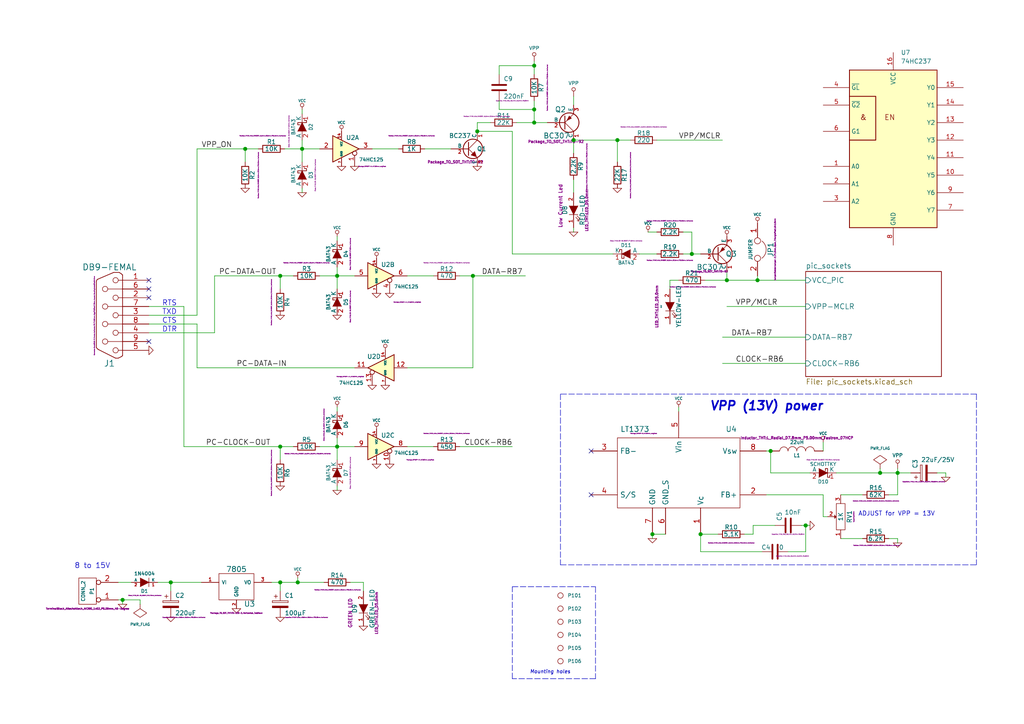
<source format=kicad_sch>
(kicad_sch (version 20231120) (generator "eeschema") (generator_version "8.0")
  (paper "A4")
  (title_block (title "JDM - COM84 PIC Programmer with 13V DC/DC converter") (date "05 jan 2014") (rev "2") (company "KiCad"))
  (lib_symbols
    (symbol "74xx_IEEE:74HC237"
      (property "Reference" "U" (at 7.62 17.78 0))
      (property "Value" "74HC237" (at 17.78 -33.02 0))
      (symbol "74HC237_0_0"
        (text "&" (at -8.636 1.524 0) (effects (font (size 1.524 1.524))))
        (text "EN" (at -1.016 1.524 0) (effects (font (size 1.524 1.524))))
        (pin power_in line (at 0 20.32 270) (length 5.08) (name "VCC") (number "16"))
      )
      (symbol "74HC237_0_1"
        (pin power_in line (at 0 -35.56 90) (length 5.08) (name "GND") (number "8"))
      )
      (symbol "74HC237_1_1"
        (pin input line (at -20.32 -12.7 0) (length 7.62) (name "A0") (number "1"))
        (pin output line (at 20.32 -15.24 180) (length 7.62) (name "Y5") (number "10"))
        (pin output line (at 20.32 -10.16 180) (length 7.62) (name "Y4") (number "11"))
        (pin output line (at 20.32 -5.08 180) (length 7.62) (name "Y3") (number "12"))
        (pin output line (at 20.32 0 180) (length 7.62) (name "Y2") (number "13"))
        (pin output line (at 20.32 5.08 180) (length 7.62) (name "Y1") (number "14"))
        (pin output line (at 20.32 10.16 180) (length 7.62) (name "Y0") (number "15"))
        (pin input line (at -20.32 -17.78 0) (length 7.62) (name "A1") (number "2"))
        (pin input line (at -20.32 -22.86 0) (length 7.62) (name "A2") (number "3"))
        (pin input line (at -20.32 10.16 0) (length 7.62) (name "~{GL}") (number "4"))
        (pin input line (at -20.32 5.08 0) (length 7.62) (name "~{G2}") (number "5"))
        (pin input line (at -20.32 -2.54 0) (length 7.62) (name "G1") (number "6"))
        (pin output line (at 20.32 -25.4 180) (length 7.62) (name "Y7") (number "7"))
        (pin output line (at 20.32 -20.32 180) (length 7.62) (name "Y6") (number "9"))
      )
    )
    (symbol "pic_programmer_schlib:74LS125" (pin_names (offset 0.254))
      (property "Reference" "U" (at 5.08 3.81 0))
      (property "Value" "74LS125" (at 7.62 -2.54 0))
      (symbol "74LS125_0_0"
        (pin power_in line (at -1.27 5.08 270) (length 2.54) (name "VCC") (number "14"))
        (pin power_in line (at -1.27 -5.08 90) (length 2.54) (name "GND") (number "7"))
      )
      (symbol "74LS125_1_0"
        (pin input inverted (at 2.54 -5.08 90) (length 4.445) (name "~") (number "1"))
        (pin input line (at -7.62 0 0) (length 3.81) (name "~") (number "2"))
        (pin tri_state line (at 7.62 0 180) (length 3.81) (name "~") (number "3"))
      )
      (symbol "74LS125_2_0"
        (pin input inverted (at 2.54 -5.08 90) (length 4.445) (name "~") (number "4"))
        (pin input line (at -7.62 0 0) (length 3.81) (name "~") (number "5"))
        (pin tri_state line (at 7.62 0 180) (length 3.81) (name "~") (number "6"))
      )
      (symbol "74LS125_3_0"
        (pin input inverted (at 2.54 -5.08 90) (length 4.445) (name "~") (number "10"))
        (pin tri_state line (at 7.62 0 180) (length 3.81) (name "~") (number "8"))
        (pin input line (at -7.62 0 0) (length 3.81) (name "~") (number "9"))
      )
      (symbol "74LS125_4_0"
        (pin tri_state line (at 7.62 0 180) (length 3.81) (name "~") (number "11"))
        (pin input line (at -7.62 0 0) (length 3.81) (name "~") (number "12"))
        (pin input inverted (at 2.54 -5.08 90) (length 4.445) (name "~") (number "13"))
      )
    )
    (symbol "pic_programmer_schlib:74LS125_1" (pin_names (offset 0.254))
      (property "Reference" "U" (at 5.08 3.81 0))
      (property "Value" "74LS125" (at 7.62 -2.54 0))
      (symbol "74LS125_1_0_0"
        (pin power_in line (at -1.27 5.08 270) (length 2.54) (name "VCC") (number "14"))
        (pin power_in line (at -1.27 -5.08 90) (length 2.54) (name "GND") (number "7"))
      )
      (symbol "74LS125_1_1_0"
        (pin input inverted (at 2.54 -5.08 90) (length 4.445) (name "~") (number "1"))
        (pin input line (at -7.62 0 0) (length 3.81) (name "~") (number "2"))
        (pin tri_state line (at 7.62 0 180) (length 3.81) (name "~") (number "3"))
      )
      (symbol "74LS125_1_2_0"
        (pin input inverted (at 2.54 -5.08 90) (length 4.445) (name "~") (number "4"))
        (pin input line (at -7.62 0 0) (length 3.81) (name "~") (number "5"))
        (pin tri_state line (at 7.62 0 180) (length 3.81) (name "~") (number "6"))
      )
      (symbol "74LS125_1_3_0"
        (pin input inverted (at 2.54 -5.08 90) (length 4.445) (name "~") (number "10"))
        (pin tri_state line (at 7.62 0 180) (length 3.81) (name "~") (number "8"))
        (pin input line (at -7.62 0 0) (length 3.81) (name "~") (number "9"))
      )
      (symbol "74LS125_1_4_0"
        (pin tri_state line (at 7.62 0 180) (length 3.81) (name "~") (number "11"))
        (pin input line (at -7.62 0 0) (length 3.81) (name "~") (number "12"))
        (pin input inverted (at 2.54 -5.08 90) (length 4.445) (name "~") (number "13"))
      )
    )
    (symbol "pic_programmer_schlib:74LS125_2" (pin_names (offset 0.254))
      (property "Reference" "U" (at 5.08 3.81 0))
      (property "Value" "74LS125" (at 7.62 -2.54 0))
      (symbol "74LS125_2_0_0"
        (pin power_in line (at -1.27 5.08 270) (length 2.54) (name "VCC") (number "14"))
        (pin power_in line (at -1.27 -5.08 90) (length 2.54) (name "GND") (number "7"))
      )
      (symbol "74LS125_2_1_0"
        (pin input inverted (at 2.54 -5.08 90) (length 4.445) (name "~") (number "1"))
        (pin input line (at -7.62 0 0) (length 3.81) (name "~") (number "2"))
        (pin tri_state line (at 7.62 0 180) (length 3.81) (name "~") (number "3"))
      )
      (symbol "74LS125_2_2_0"
        (pin input inverted (at 2.54 -5.08 90) (length 4.445) (name "~") (number "4"))
        (pin input line (at -7.62 0 0) (length 3.81) (name "~") (number "5"))
        (pin tri_state line (at 7.62 0 180) (length 3.81) (name "~") (number "6"))
      )
      (symbol "74LS125_2_3_0"
        (pin input inverted (at 2.54 -5.08 90) (length 4.445) (name "~") (number "10"))
        (pin tri_state line (at 7.62 0 180) (length 3.81) (name "~") (number "8"))
        (pin input line (at -7.62 0 0) (length 3.81) (name "~") (number "9"))
      )
      (symbol "74LS125_2_4_0"
        (pin tri_state line (at 7.62 0 180) (length 3.81) (name "~") (number "11"))
        (pin input line (at -7.62 0 0) (length 3.81) (name "~") (number "12"))
        (pin input inverted (at 2.54 -5.08 90) (length 4.445) (name "~") (number "13"))
      )
    )
    (symbol "pic_programmer_schlib:74LS125_3" (pin_names (offset 0.254))
      (property "Reference" "U" (at 5.08 3.81 0))
      (property "Value" "74LS125" (at 7.62 -2.54 0))
      (symbol "74LS125_3_0_0"
        (pin power_in line (at -1.27 5.08 270) (length 2.54) (name "VCC") (number "14"))
        (pin power_in line (at -1.27 -5.08 90) (length 2.54) (name "GND") (number "7"))
      )
      (symbol "74LS125_3_1_0"
        (pin input inverted (at 2.54 -5.08 90) (length 4.445) (name "~") (number "1"))
        (pin input line (at -7.62 0 0) (length 3.81) (name "~") (number "2"))
        (pin tri_state line (at 7.62 0 180) (length 3.81) (name "~") (number "3"))
      )
      (symbol "74LS125_3_2_0"
        (pin input inverted (at 2.54 -5.08 90) (length 4.445) (name "~") (number "4"))
        (pin input line (at -7.62 0 0) (length 3.81) (name "~") (number "5"))
        (pin tri_state line (at 7.62 0 180) (length 3.81) (name "~") (number "6"))
      )
      (symbol "74LS125_3_3_0"
        (pin input inverted (at 2.54 -5.08 90) (length 4.445) (name "~") (number "10"))
        (pin tri_state line (at 7.62 0 180) (length 3.81) (name "~") (number "8"))
        (pin input line (at -7.62 0 0) (length 3.81) (name "~") (number "9"))
      )
      (symbol "74LS125_3_4_0"
        (pin tri_state line (at 7.62 0 180) (length 3.81) (name "~") (number "11"))
        (pin input line (at -7.62 0 0) (length 3.81) (name "~") (number "12"))
        (pin input inverted (at 2.54 -5.08 90) (length 4.445) (name "~") (number "13"))
      )
    )
    (symbol "pic_programmer_schlib:7805" (pin_names (offset 0.762))
      (property "Reference" "U" (at 3.81 -4.9784 0))
      (property "Value" "7805" (at 0 5.08 0))
      (symbol "7805_1_1"
        (pin input line (at -10.16 1.27 0) (length 5.08) (name "VI") (number "1"))
        (pin input line (at 0 -6.35 90) (length 2.54) (name "GND") (number "2"))
        (pin power_out line (at 10.16 1.27 180) (length 5.08) (name "VO") (number "3"))
      )
    )
    (symbol "pic_programmer_schlib:BC237" (pin_names (offset 0))
      (property "Reference" "Q" (at 0 -3.81 0))
      (property "Value" "BC237" (at 0 3.81 0))
      (property "Footprint" "Package_TO_SOT_THT:TO-92" (at -2.54 -5.08 0))
      (symbol "BC237_1_1"
        (pin passive line (at 2.54 5.08 270) (length 2.54) (name "C") (number "1"))
        (pin input line (at -5.08 0 0) (length 5.08) (name "B") (number "2"))
        (pin passive line (at 2.54 -5.08 90) (length 2.54) (name "E") (number "3"))
      )
    )
    (symbol "pic_programmer_schlib:BC307" (pin_names (offset 0))
      (property "Reference" "Q" (at 0 -3.81 0))
      (property "Value" "BC307" (at 0 3.81 0))
      (property "Footprint" "Package_TO_SOT_THT:TO-92" (at -2.54 -5.08 0))
      (symbol "BC307_1_1"
        (pin passive line (at 2.54 5.08 270) (length 2.54) (name "C") (number "1"))
        (pin input line (at -5.08 0 0) (length 5.08) (name "B") (number "2"))
        (pin passive line (at 2.54 -5.08 90) (length 2.54) (name "E") (number "3"))
      )
    )
    (symbol "pic_programmer_schlib:C" (pin_numbers hide) (pin_names (offset 0.254))
      (property "Reference" "C" (at 0.635 2.54 0))
      (property "Value" "C" (at 0.635 -2.54 0))
      (symbol "C_1_1"
        (pin passive line (at 0 3.81 270) (length 2.794) (name "~") (number "1"))
        (pin passive line (at 0 -3.81 90) (length 2.794) (name "~") (number "2"))
      )
    )
    (symbol "pic_programmer_schlib:CONN_2" (pin_names (offset 1.016) hide)
      (property "Reference" "P" (at -1.27 0 90))
      (property "Value" "CONN_2" (at 1.27 0 90))
      (symbol "CONN_2_1_1"
        (pin passive inverted (at -8.89 2.54 0) (length 6.35) (name "P1") (number "1"))
        (pin passive inverted (at -8.89 -2.54 0) (length 6.35) (name "PM") (number "2"))
      )
    )
    (symbol "pic_programmer_schlib:CP" (pin_numbers hide) (pin_names (offset 0.254))
      (property "Reference" "C" (at 0.635 2.54 0))
      (property "Value" "CP" (at 0.635 -2.54 0))
      (symbol "CP_1_1"
        (pin passive line (at 0 3.81 270) (length 2.794) (name "~") (number "1"))
        (pin passive line (at 0 -3.81 90) (length 2.794) (name "~") (number "2"))
      )
    )
    (symbol "pic_programmer_schlib:D" (pin_names (offset 0))
      (property "Reference" "D" (at 0 2.54 0))
      (property "Value" "D" (at 0 -2.54 0))
      (symbol "D_1_1"
        (pin passive line (at -3.81 0 0) (length 2.54) (name "K") (number "1"))
        (pin passive line (at 3.81 0 180) (length 2.54) (name "A") (number "2"))
      )
    )
    (symbol "pic_programmer_schlib:DB9" (pin_names (offset 1.016) hide)
      (property "Reference" "J" (at 0 13.97 0))
      (property "Value" "DB9" (at 0 -13.97 0))
      (symbol "DB9_1_1"
        (pin passive line (at -11.43 -10.16 0) (length 7.62) (name "1") (number "1"))
        (pin passive line (at -11.43 -5.08 0) (length 7.62) (name "2") (number "2"))
        (pin passive line (at -11.43 0 0) (length 7.62) (name "3") (number "3"))
        (pin passive line (at -11.43 5.08 0) (length 7.62) (name "4") (number "4"))
        (pin passive line (at -11.43 10.16 0) (length 7.62) (name "5") (number "5"))
        (pin passive line (at -11.43 -7.62 0) (length 7.62) (name "P6") (number "6"))
        (pin passive line (at -11.43 -2.54 0) (length 7.62) (name "P7") (number "7"))
        (pin passive line (at -11.43 2.54 0) (length 7.62) (name "P8") (number "8"))
        (pin passive line (at -11.43 7.62 0) (length 7.62) (name "P9") (number "9"))
      )
    )
    (symbol "pic_programmer_schlib:D_Schottky" (pin_names (offset 0))
      (property "Reference" "D" (at 0 2.54 0))
      (property "Value" "D_Schottky" (at 0 -2.54 0))
      (symbol "D_Schottky_1_1"
        (pin passive line (at -3.81 0 0) (length 2.54) (name "K") (number "1"))
        (pin passive line (at 3.81 0 180) (length 2.54) (name "A") (number "2"))
      )
    )
    (symbol "pic_programmer_schlib:GND" (power) (pin_names (offset 0))
      (symbol "GND_1_1"
        (pin power_in line (at 0 0 90) (length 0) hide (name "GND") (number "1"))
      )
    )
    (symbol "pic_programmer_schlib:INDUCTOR" (pin_numbers hide) (pin_names (offset 1.016) hide)
      (property "Reference" "L" (at -1.27 0 90))
      (property "Value" "INDUCTOR" (at 2.54 0 90))
      (symbol "INDUCTOR_1_1"
        (pin passive line (at 0 7.62 270) (length 2.54) (name "1") (number "1"))
        (pin passive line (at 0 -7.62 90) (length 2.54) (name "2") (number "2"))
      )
    )
    (symbol "pic_programmer_schlib:JUMPER" (pin_names (offset 0.762) hide)
      (property "Reference" "JP" (at 0 3.81 0))
      (property "Value" "JUMPER" (at 0 -2.032 0))
      (symbol "JUMPER_0_1"
        (pin passive line (at -7.62 0 0) (length 4.191) (name "1") (number "1"))
        (pin passive line (at 7.62 0 180) (length 4.191) (name "2") (number "2"))
      )
    )
    (symbol "pic_programmer_schlib:LED" (pin_names (offset 1.016) hide)
      (property "Reference" "D" (at 0 2.54 0))
      (property "Value" "LED" (at 0 -2.54 0))
      (symbol "LED_1_1"
        (pin passive line (at -5.08 0 0) (length 3.81) (name "K") (number "1"))
        (pin passive line (at 5.08 0 180) (length 3.81) (name "A") (number "2"))
      )
    )
    (symbol "pic_programmer_schlib:LT1373" (pin_names (offset 0.762))
      (property "Reference" "U" (at 15.24 12.7 0))
      (property "Value" "LT1373" (at -12.7 12.7 0))
      (symbol "LT1373_1_1"
        (pin input line (at 6.35 -17.78 90) (length 7.62) (name "Vc") (number "1"))
        (pin input line (at 25.4 -6.35 180) (length 7.62) (name "FB+") (number "2"))
        (pin passive line (at -25.4 6.35 0) (length 7.62) (name "FB-") (number "3"))
        (pin passive line (at -25.4 -6.35 0) (length 7.62) (name "S/S") (number "4"))
        (pin power_in line (at 0 17.78 270) (length 7.62) (name "Vin") (number "5"))
        (pin input line (at -3.81 -17.78 90) (length 7.62) (name "GND_S") (number "6"))
        (pin input line (at -7.62 -17.78 90) (length 7.62) (name "GND") (number "7"))
        (pin input line (at 25.4 6.35 180) (length 7.62) (name "Vsw") (number "8"))
      )
    )
    (symbol "pic_programmer_schlib:MOUNTING_HOLE" (pin_numbers hide) (pin_names (offset 0.762) hide)
      (property "Reference" "P" (at 2.032 0 0))
    )
    (symbol "pic_programmer_schlib:POT" (pin_names (offset 1.016) hide)
      (property "Reference" "RV" (at 0 -2.54 0))
      (property "Value" "POT" (at 0 0 0))
      (symbol "POT_1_1"
        (pin passive line (at -6.35 0 0) (length 2.54) (name "1") (number "1"))
        (pin passive line (at 0 3.81 270) (length 2.032) (name "2") (number "2"))
        (pin passive line (at 6.35 0 180) (length 2.54) (name "3") (number "3"))
      )
    )
    (symbol "pic_programmer_schlib:PWR_FLAG" (power) (pin_numbers hide) (pin_names (offset 0) hide)
      (property "Value" "PWR_FLAG" (at 0 4.572 0))
      (symbol "PWR_FLAG_0_0"
        (pin power_out line (at 0 0 90) (length 0) (name "pwr") (number "1"))
      )
    )
    (symbol "pic_programmer_schlib:R" (pin_numbers hide) (pin_names (offset 0))
      (property "Reference" "R" (at 2.032 0 90))
      (property "Value" "R" (at 0 0 90))
      (symbol "R_1_1"
        (pin passive line (at 0 3.81 270) (length 1.27) (name "~") (number "1"))
        (pin passive line (at 0 -3.81 90) (length 1.27) (name "~") (number "2"))
      )
    )
    (symbol "pic_programmer_schlib:VCC" (power) (pin_names (offset 0))
      (property "Value" "VCC" (at 0 2.54 0))
      (symbol "VCC_0_0"
        (pin power_in line (at 0 0 90) (length 0) hide (name "VCC") (number "1"))
      )
    )
    (symbol "pic_programmer_schlib:VPP" (pin_names (offset 0))
      (property "Value" "VPP" (at 0 3.81 0))
      (symbol "VPP_0_0"
        (pin power_in line (at 0 0 90) (length 0) hide (name "VPP") (number "1"))
      )
    )
  )
  (junction (at 154.94 35.56) (diameter 1.016))
  (junction (at 154.94 19.05) (diameter 1.016))
  (junction (at 166.37 40.64) (diameter 1.016))
  (junction (at 49.53 168.91) (diameter 1.016))
  (junction (at 35.56 173.99) (diameter 1.016))
  (junction (at 233.68 152.4) (diameter 1.016))
  (junction (at 223.52 130.81) (diameter 1.016))
  (junction (at 260.35 137.16) (diameter 1.016))
  (junction (at 138.43 38.1) (diameter 1.016))
  (junction (at 137.16 80.01) (diameter 1.016))
  (junction (at 81.28 80.01) (diameter 1.016))
  (junction (at 81.28 168.91) (diameter 1.016))
  (junction (at 154.94 31.75) (diameter 1.016))
  (junction (at 203.2 154.94) (diameter 1.016))
  (junction (at 255.27 137.16) (diameter 1.016))
  (junction (at 210.82 81.28) (diameter 1.016))
  (junction (at 189.23 154.94) (diameter 1.016))
  (junction (at 71.12 43.18) (diameter 1.016))
  (junction (at 219.71 81.28) (diameter 1.016))
  (junction (at 97.79 129.54) (diameter 1.016))
  (junction (at 81.28 129.54) (diameter 1.016))
  (junction (at 179.07 40.64) (diameter 1.016))
  (junction (at 86.36 168.91) (diameter 1.016))
  (junction (at 97.79 80.01) (diameter 1.016))
  (junction (at 87.63 43.18) (diameter 1.016))
  (junction (at 200.66 73.66) (diameter 1.016))
  (no_connect (at 43.18 83.82))
  (no_connect (at 43.18 99.06))
  (no_connect (at 43.18 86.36))
  (no_connect (at 171.45 143.51))
  (no_connect (at 43.18 81.28))
  (no_connect (at 171.45 130.81))
  (wire (pts (xy 200.66 67.31) (xy 198.12 67.31)))
  (wire (pts (xy 198.12 73.66) (xy 200.66 73.66)))
  (wire (pts (xy 35.56 175.26) (xy 35.56 173.99)))
  (wire (pts (xy 240.03 149.86) (xy 238.76 149.86)))
  (wire (pts (xy 219.71 81.28) (xy 233.68 81.28)))
  (wire (pts (xy 130.81 43.18) (xy 123.19 43.18)))
  (wire (pts (xy 260.35 143.51) (xy 257.81 143.51)))
  (wire (pts (xy 238.76 143.51) (xy 222.25 143.51)))
  (wire (pts (xy 118.11 80.01) (xy 125.73 80.01)))
  (wire (pts (xy 179.07 46.99) (xy 179.07 40.64)))
  (wire (pts (xy 45.72 168.91) (xy 49.53 168.91)))
  (wire (pts (xy 43.18 93.98) (xy 57.15 93.98)))
  (wire (pts (xy 62.23 80.01) (xy 81.28 80.01)))
  (wire (pts (xy 97.79 129.54) (xy 102.87 129.54)))
  (wire (pts (xy 97.79 142.24) (xy 97.79 140.97)))
  (wire (pts (xy 154.94 29.21) (xy 154.94 31.75)))
  (wire (pts (xy 233.68 105.41) (xy 209.55 105.41)))
  (wire (pts (xy 260.35 156.21) (xy 257.81 156.21)))
  (wire (pts (xy 154.94 19.05) (xy 154.94 21.59)))
  (wire (pts (xy 166.37 30.48) (xy 166.37 27.94)))
  (wire (pts (xy 250.19 143.51) (xy 243.84 143.51)))
  (polyline (pts (xy 172.72 170.18) (xy 172.72 196.85)) (stroke (width 0) (type dash)))
  (wire (pts (xy 87.63 54.61) (xy 87.63 55.88)))
  (wire (pts (xy 78.74 168.91) (xy 81.28 168.91)))
  (wire (pts (xy 203.2 154.94) (xy 203.2 160.02)))
  (wire (pts (xy 53.34 88.9) (xy 43.18 88.9)))
  (wire (pts (xy 200.66 73.66) (xy 200.66 67.31)))
  (wire (pts (xy 203.2 160.02) (xy 220.98 160.02)))
  (wire (pts (xy 97.79 119.38) (xy 97.79 118.11)))
  (wire (pts (xy 271.78 137.16) (xy 274.32 137.16)))
  (wire (pts (xy 92.71 129.54) (xy 97.79 129.54)))
  (wire (pts (xy 97.79 68.58) (xy 97.79 69.85)))
  (wire (pts (xy 82.55 43.18) (xy 87.63 43.18)))
  (wire (pts (xy 57.15 43.18) (xy 57.15 91.44)))
  (wire (pts (xy 53.34 129.54) (xy 53.34 88.9)))
  (wire (pts (xy 144.78 19.05) (xy 154.94 19.05)))
  (wire (pts (xy 97.79 80.01) (xy 102.87 80.01)))
  (wire (pts (xy 71.12 46.99) (xy 71.12 43.18)))
  (wire (pts (xy 154.94 35.56) (xy 158.75 35.56)))
  (wire (pts (xy 62.23 96.52) (xy 62.23 80.01)))
  (wire (pts (xy 49.53 171.45) (xy 49.53 168.91)))
  (wire (pts (xy 260.35 156.21) (xy 260.35 157.48)))
  (wire (pts (xy 166.37 52.07) (xy 166.37 55.88)))
  (polyline (pts (xy 162.56 114.3) (xy 162.56 163.83)) (stroke (width 0) (type dash)))
  (wire (pts (xy 144.78 19.05) (xy 144.78 21.59)))
  (wire (pts (xy 86.36 168.91) (xy 93.98 168.91)))
  (wire (pts (xy 200.66 73.66) (xy 203.2 73.66)))
  (wire (pts (xy 194.31 83.82) (xy 194.31 81.28)))
  (wire (pts (xy 87.63 40.64) (xy 87.63 43.18)))
  (polyline (pts (xy 162.56 163.83) (xy 283.21 163.83)) (stroke (width 0) (type dash)))
  (wire (pts (xy 260.35 137.16) (xy 260.35 143.51)))
  (wire (pts (xy 190.5 73.66) (xy 185.42 73.66)))
  (wire (pts (xy 87.63 33.02) (xy 87.63 31.75)))
  (wire (pts (xy 274.32 137.16) (xy 274.32 138.43)))
  (wire (pts (xy 224.79 152.4) (xy 218.44 152.4)))
  (wire (pts (xy 238.76 128.27) (xy 238.76 130.81)))
  (wire (pts (xy 196.85 119.38) (xy 196.85 118.11)))
  (wire (pts (xy 148.59 38.1) (xy 148.59 73.66)))
  (wire (pts (xy 57.15 43.18) (xy 71.12 43.18)))
  (wire (pts (xy 210.82 88.9) (xy 233.68 88.9)))
  (wire (pts (xy 233.68 152.4) (xy 234.95 152.4)))
  (wire (pts (xy 218.44 152.4) (xy 218.44 154.94)))
  (wire (pts (xy 233.68 160.02) (xy 233.68 152.4)))
  (wire (pts (xy 194.31 81.28) (xy 196.85 81.28)))
  (polyline (pts (xy 148.59 170.18) (xy 172.72 170.18)) (stroke (width 0) (type dash)))
  (wire (pts (xy 138.43 35.56) (xy 142.24 35.56)))
  (wire (pts (xy 148.59 129.54) (xy 133.35 129.54)))
  (wire (pts (xy 210.82 81.28) (xy 210.82 78.74)))
  (wire (pts (xy 238.76 149.86) (xy 238.76 143.51)))
  (wire (pts (xy 144.78 29.21) (xy 144.78 31.75)))
  (wire (pts (xy 87.63 43.18) (xy 87.63 46.99)))
  (wire (pts (xy 133.35 80.01) (xy 137.16 80.01)))
  (wire (pts (xy 105.41 168.91) (xy 101.6 168.91)))
  (wire (pts (xy 233.68 97.79) (xy 209.55 97.79)))
  (wire (pts (xy 97.79 127) (xy 97.79 129.54)))
  (wire (pts (xy 187.96 67.31) (xy 190.5 67.31)))
  (wire (pts (xy 260.35 137.16) (xy 264.16 137.16)))
  (wire (pts (xy 81.28 83.82) (xy 81.28 80.01)))
  (wire (pts (xy 57.15 106.68) (xy 57.15 93.98)))
  (wire (pts (xy 234.95 137.16) (xy 223.52 137.16)))
  (wire (pts (xy 62.23 96.52) (xy 43.18 96.52)))
  (wire (pts (xy 148.59 73.66) (xy 177.8 73.66)))
  (wire (pts (xy 190.5 40.64) (xy 209.55 40.64)))
  (wire (pts (xy 81.28 168.91) (xy 86.36 168.91)))
  (polyline (pts (xy 148.59 196.85) (xy 148.59 170.18)) (stroke (width 0) (type dash)))
  (wire (pts (xy 154.94 31.75) (xy 154.94 35.56)))
  (wire (pts (xy 223.52 137.16) (xy 223.52 130.81)))
  (wire (pts (xy 223.52 130.81) (xy 222.25 130.81)))
  (wire (pts (xy 255.27 137.16) (xy 260.35 137.16)))
  (wire (pts (xy 71.12 43.18) (xy 74.93 43.18)))
  (wire (pts (xy 53.34 129.54) (xy 81.28 129.54)))
  (wire (pts (xy 125.73 129.54) (xy 118.11 129.54)))
  (wire (pts (xy 97.79 80.01) (xy 97.79 83.82)))
  (wire (pts (xy 86.36 168.91) (xy 86.36 167.64)))
  (wire (pts (xy 149.86 35.56) (xy 154.94 35.56)))
  (wire (pts (xy 115.57 43.18) (xy 107.95 43.18)))
  (wire (pts (xy 179.07 40.64) (xy 182.88 40.64)))
  (wire (pts (xy 250.19 156.21) (xy 243.84 156.21)))
  (wire (pts (xy 210.82 81.28) (xy 219.71 81.28)))
  (wire (pts (xy 137.16 80.01) (xy 152.4 80.01)))
  (polyline (pts (xy 283.21 114.3) (xy 283.21 163.83)) (stroke (width 0) (type dash)))
  (wire (pts (xy 138.43 38.1) (xy 148.59 38.1)))
  (wire (pts (xy 81.28 133.35) (xy 81.28 129.54)))
  (wire (pts (xy 81.28 168.91) (xy 81.28 171.45)))
  (wire (pts (xy 97.79 129.54) (xy 97.79 133.35)))
  (wire (pts (xy 97.79 77.47) (xy 97.79 80.01)))
  (wire (pts (xy 166.37 40.64) (xy 166.37 44.45)))
  (wire (pts (xy 204.47 81.28) (xy 210.82 81.28)))
  (wire (pts (xy 34.29 173.99) (xy 35.56 173.99)))
  (wire (pts (xy 105.41 171.45) (xy 105.41 168.91)))
  (wire (pts (xy 35.56 173.99) (xy 40.64 173.99)))
  (wire (pts (xy 137.16 106.68) (xy 137.16 80.01)))
  (wire (pts (xy 87.63 43.18) (xy 92.71 43.18)))
  (wire (pts (xy 166.37 40.64) (xy 179.07 40.64)))
  (wire (pts (xy 260.35 135.89) (xy 260.35 137.16)))
  (wire (pts (xy 144.78 31.75) (xy 154.94 31.75)))
  (wire (pts (xy 92.71 80.01) (xy 97.79 80.01)))
  (wire (pts (xy 255.27 135.89) (xy 255.27 137.16)))
  (wire (pts (xy 228.6 160.02) (xy 233.68 160.02)))
  (polyline (pts (xy 283.21 114.3) (xy 162.56 114.3)) (stroke (width 0) (type dash)))
  (wire (pts (xy 218.44 154.94) (xy 215.9 154.94)))
  (polyline (pts (xy 172.72 196.85) (xy 148.59 196.85)) (stroke (width 0) (type dash)))
  (wire (pts (xy 189.23 156.21) (xy 189.23 154.94)))
  (wire (pts (xy 49.53 168.91) (xy 58.42 168.91)))
  (wire (pts (xy 208.28 154.94) (xy 203.2 154.94)))
  (wire (pts (xy 166.37 66.04) (xy 166.37 67.31)))
  (wire (pts (xy 154.94 17.78) (xy 154.94 19.05)))
  (wire (pts (xy 219.71 81.28) (xy 219.71 80.01)))
  (wire (pts (xy 40.64 173.99) (xy 40.64 175.26)))
  (wire (pts (xy 81.28 80.01) (xy 85.09 80.01)))
  (wire (pts (xy 189.23 154.94) (xy 193.04 154.94)))
  (wire (pts (xy 38.1 168.91) (xy 34.29 168.91)))
  (wire (pts (xy 232.41 152.4) (xy 233.68 152.4)))
  (wire (pts (xy 242.57 137.16) (xy 255.27 137.16)))
  (wire (pts (xy 102.87 106.68) (xy 57.15 106.68)))
  (wire (pts (xy 81.28 129.54) (xy 85.09 129.54)))
  (wire (pts (xy 118.11 106.68) (xy 137.16 106.68)))
  (wire (pts (xy 138.43 35.56) (xy 138.43 38.1)))
  (wire (pts (xy 57.15 91.44) (xy 43.18 91.44)))
  (text "8 to 15V" (at 21.59 165.1 0) (effects (font (size 1.524 1.524)) (justify left bottom)))
  (text "DTR" (at 46.99 96.52 0) (effects (font (size 1.524 1.524)) (justify left bottom)))
  (text "VPP (13V) power" (at 205.74 119.38 0) (effects (font (size 2.54 2.54) (thickness 0.508) (bold yes) (italic yes)) (justify left bottom)))
  (text "Mounting holes" (at 153.67 195.58 0) (effects (font (size 1.016 1.016) (italic yes)) (justify left bottom)))
  (text "TXD" (at 46.99 91.44 0) (effects (font (size 1.524 1.524)) (justify left bottom)))
  (text "ADJUST for VPP = 13V" (at 248.92 149.86 0) (effects (font (size 1.27 1.27)) (justify left bottom)))
  (text "CTS" (at 46.99 93.98 0) (effects (font (size 1.524 1.524)) (justify left bottom)))
  (text "RTS" (at 46.99 88.9 0) (effects (font (size 1.524 1.524)) (justify left bottom)))
  (label "PC-CLOCK-OUT" (at 59.69 129.54 0) (effects (font (size 1.524 1.524))))
  (label "DATA-RB7" (at 212.09 97.79 0) (effects (font (size 1.524 1.524))))
  (label "PC-DATA-IN" (at 68.58 106.68 0) (effects (font (size 1.524 1.524))))
  (label "PC-DATA-OUT" (at 63.5 80.01 0) (effects (font (size 1.524 1.524))))
  (label "CLOCK-RB6" (at 134.62 129.54 0) (effects (font (size 1.524 1.524))))
  (label "VPP/MCLR" (at 213.36 88.9 0) (effects (font (size 1.524 1.524))))
  (label "VPP_ON" (at 58.42 43.18 0) (effects (font (size 1.524 1.524))))
  (label "VPP/MCLR" (at 196.85 40.64 0) (effects (font (size 1.524 1.524))))
  (label "CLOCK-RB6" (at 213.36 105.41 0) (effects (font (size 1.524 1.524))))
  (label "DATA-RB7" (at 139.7 80.01 0) (effects (font (size 1.524 1.524))))
  (symbol (lib_id "pic_programmer_schlib:DB9") (at 31.75 91.44 180) (unit 1)
    (property "Reference" "J1" (at 31.75 105.41 0) (effects (font (size 1.778 1.778))))
    (property "Value" "DB9-FEMAL" (at 31.75 77.47 0) (effects (font (size 1.778 1.778))))
    (property "Footprint" "Connector_Dsub:DSUB-9_Female_Horizontal_P2.77x2.84mm_EdgePinOffset7.70mm_Housed_MountingHolesOffset9.12mm" (at 27.3812 91.5416 90) (effects (font (size 0.254 0.254))))
  )
  (symbol (lib_name "pic_programmer_schlib:74LS125_2") (lib_id "pic_programmer_schlib:74LS125") (at 100.33 43.18 0) (unit 1)
    (property "Reference" "U2" (at 100.33 40.64 0) (effects (justify left bottom)))
    (property "Value" "74HC125" (at 104.14 45.72 0) (effects (font (size 1.016 1.016)) (justify left top)))
    (property "Footprint" "Package_DIP:DIP-14_W7.62mm_LongPads" (at 107.95 48.26 0) (effects (font (size 0.254 0.254))))
  )
  (symbol (lib_id "pic_programmer_schlib:R") (at 78.74 43.18 90) (unit 1)
    (property "Reference" "R1" (at 78.74 41.148 90))
    (property "Value" "10K" (at 78.74 43.18 90))
    (property "Footprint" "Resistor_THT:R_Axial_DIN0207_L6.3mm_D2.5mm_P10.16mm_Horizontal" (at 76.2 39.37 90) (effects (font (size 0.254 0.254))))
  )
  (symbol (lib_id "pic_programmer_schlib:R") (at 71.12 50.8 0) (unit 1)
    (property "Reference" "R2" (at 73.152 50.8 90))
    (property "Value" "10K" (at 71.12 50.8 90))
    (property "Footprint" "Resistor_THT:R_Axial_DIN0207_L6.3mm_D2.5mm_P10.16mm_Horizontal" (at 74.93 50.8 90) (effects (font (size 0.254 0.254))))
  )
  (symbol (lib_id "pic_programmer_schlib:D_Schottky") (at 87.63 36.83 270) (unit 1)
    (property "Reference" "D2" (at 90.17 36.83 0) (effects (font (size 1.016 1.016))))
    (property "Value" "BAT43" (at 85.09 36.83 0) (effects (font (size 1.016 1.016))))
    (property "Footprint" "Diode_THT:D_DO-35_SOD27_P7.62mm_Horizontal" (at 83.82 38.1 0) (effects (font (size 0.254 0.254))))
  )
  (symbol (lib_id "pic_programmer_schlib:D_Schottky") (at 87.63 50.8 270) (unit 1)
    (property "Reference" "D3" (at 90.17 50.8 0) (effects (font (size 1.016 1.016))))
    (property "Value" "BAT43" (at 85.09 50.8 0) (effects (font (size 1.016 1.016))))
    (property "Footprint" "Diode_THT:D_DO-35_SOD27_P7.62mm_Horizontal" (at 91.44 50.8 0) (effects (font (size 0.254 0.254))))
  )
  (symbol (lib_id "pic_programmer_schlib:GND") (at 102.87 48.26 0) (unit 1)
    (property "Reference" "#PWR035" (effects (hide yes)))
    (property "Value" "GND" (effects (hide yes)))
  )
  (symbol (lib_id "pic_programmer_schlib:GND") (at 87.63 55.88 0) (unit 1)
    (property "Reference" "#PWR034" (effects (hide yes)))
    (property "Value" "GND" (effects (hide yes)))
  )
  (symbol (lib_id "pic_programmer_schlib:VCC") (at 87.63 31.75 0) (unit 1)
    (property "Reference" "#PWR033" (effects (hide yes)))
    (property "Value" "VCC" (at 87.63 29.21 0) (effects (font (size 0.762 0.762))))
  )
  (symbol (lib_name "pic_programmer_schlib:74LS125_1") (lib_id "pic_programmer_schlib:74LS125") (at 110.49 80.01 0) (unit 2)
    (property "Reference" "U2" (at 110.49 77.47 0) (effects (justify left bottom)))
    (property "Value" "74HC125" (at 114.3 82.55 0) (effects (font (size 1.016 1.016)) (justify left top)))
    (property "Footprint" "Package_DIP:DIP-14_W7.62mm_LongPads" (at 118.11 87.63 0) (effects (font (size 0.254 0.254))))
  )
  (symbol (lib_id "pic_programmer_schlib:R") (at 88.9 80.01 90) (unit 1)
    (property "Reference" "R3" (at 88.9 77.978 90))
    (property "Value" "10K" (at 88.9 80.01 90))
    (property "Footprint" "Resistor_THT:R_Axial_DIN0207_L6.3mm_D2.5mm_P10.16mm_Horizontal" (at 88.9 76.2 90) (effects (font (size 0.254 0.254))))
  )
  (symbol (lib_id "pic_programmer_schlib:R") (at 81.28 87.63 0) (unit 1)
    (property "Reference" "R4" (at 83.312 87.63 90))
    (property "Value" "10K" (at 81.28 87.63 90))
    (property "Footprint" "Resistor_THT:R_Axial_DIN0207_L6.3mm_D2.5mm_P10.16mm_Horizontal" (at 78.74 87.63 90) (effects (font (size 0.254 0.254))))
  )
  (symbol (lib_id "pic_programmer_schlib:D_Schottky") (at 97.79 73.66 270) (unit 1)
    (property "Reference" "D4" (at 100.33 73.66 0) (effects (font (size 1.016 1.016))))
    (property "Value" "BAT43" (at 95.25 73.66 0) (effects (font (size 1.016 1.016))))
    (property "Footprint" "Diode_THT:D_DO-35_SOD27_P7.62mm_Horizontal" (at 101.6 73.66 0) (effects (font (size 0.254 0.254))))
  )
  (symbol (lib_id "pic_programmer_schlib:D_Schottky") (at 97.79 87.63 270) (unit 1)
    (property "Reference" "D5" (at 100.33 87.63 0) (effects (font (size 1.016 1.016))))
    (property "Value" "BAT43" (at 95.25 87.63 0) (effects (font (size 1.016 1.016))))
    (property "Footprint" "Diode_THT:D_DO-35_SOD27_P7.62mm_Horizontal" (at 101.6 88.9 0) (effects (font (size 0.254 0.254))))
  )
  (symbol (lib_id "pic_programmer_schlib:GND") (at 113.03 85.09 0) (unit 1)
    (property "Reference" "#PWR032" (effects (hide yes)))
    (property "Value" "GND" (effects (hide yes)))
  )
  (symbol (lib_id "pic_programmer_schlib:GND") (at 97.79 91.44 0) (unit 1)
    (property "Reference" "#PWR031" (effects (hide yes)))
    (property "Value" "GND" (effects (hide yes)))
  )
  (symbol (lib_id "pic_programmer_schlib:VCC") (at 97.79 68.58 0) (unit 1)
    (property "Reference" "#PWR030" (effects (hide yes)))
    (property "Value" "VCC" (at 97.79 66.04 0) (effects (font (size 0.762 0.762))))
  )
  (symbol (lib_name "pic_programmer_schlib:74LS125_3") (lib_id "pic_programmer_schlib:74LS125") (at 110.49 129.54 0) (unit 3)
    (property "Reference" "U2" (at 110.49 127 0) (effects (justify left bottom)))
    (property "Value" "74HC125" (at 114.3 130.81 0) (effects (font (size 1.016 1.016)) (justify left top)))
    (property "Footprint" "Package_DIP:DIP-14_W7.62mm_LongPads" (at 121.92 133.35 0) (effects (font (size 0.254 0.254))))
  )
  (symbol (lib_id "pic_programmer_schlib:R") (at 88.9 129.54 90) (unit 1)
    (property "Reference" "R5" (at 88.9 127.508 90))
    (property "Value" "10K" (at 88.9 129.54 90))
    (property "Footprint" "Resistor_THT:R_Axial_DIN0207_L6.3mm_D2.5mm_P10.16mm_Horizontal" (at 89.2048 131.572 90) (effects (font (size 0.254 0.254))))
  )
  (symbol (lib_id "pic_programmer_schlib:R") (at 81.28 137.16 0) (unit 1)
    (property "Reference" "R6" (at 83.312 137.16 90))
    (property "Value" "10K" (at 81.28 137.16 90))
    (property "Footprint" "Resistor_THT:R_Axial_DIN0207_L6.3mm_D2.5mm_P10.16mm_Horizontal" (at 78.74 137.16 90) (effects (font (size 0.254 0.254))))
  )
  (symbol (lib_id "pic_programmer_schlib:D_Schottky") (at 97.79 123.19 270) (unit 1)
    (property "Reference" "D6" (at 100.33 123.19 0) (effects (font (size 1.016 1.016))))
    (property "Value" "BAT43" (at 95.25 123.19 0) (effects (font (size 1.016 1.016))))
    (property "Footprint" "Diode_THT:D_DO-35_SOD27_P7.62mm_Horizontal" (at 93.98 123.19 0) (effects (font (size 0.254 0.254))))
  )
  (symbol (lib_id "pic_programmer_schlib:D_Schottky") (at 97.79 137.16 270) (unit 1)
    (property "Reference" "D7" (at 100.33 137.16 0) (effects (font (size 1.016 1.016))))
    (property "Value" "BAT43" (at 95.25 137.16 0) (effects (font (size 1.016 1.016))))
    (property "Footprint" "Diode_THT:D_DO-35_SOD27_P7.62mm_Horizontal" (at 101.6 137.16 0) (effects (font (size 0.254 0.254))))
  )
  (symbol (lib_id "pic_programmer_schlib:GND") (at 113.03 134.62 0) (unit 1)
    (property "Reference" "#PWR029" (effects (hide yes)))
    (property "Value" "GND" (effects (hide yes)))
  )
  (symbol (lib_id "pic_programmer_schlib:GND") (at 97.79 142.24 0) (unit 1)
    (property "Reference" "#PWR028" (effects (hide yes)))
    (property "Value" "GND" (effects (hide yes)))
  )
  (symbol (lib_id "pic_programmer_schlib:VCC") (at 97.79 118.11 0) (unit 1)
    (property "Reference" "#PWR027" (effects (hide yes)))
    (property "Value" "VCC" (at 97.79 115.57 0) (effects (font (size 0.762 0.762))))
  )
  (symbol (lib_id "pic_programmer_schlib:74LS125") (at 110.49 106.68 0) (mirror y) (unit 4)
    (property "Reference" "U2" (at 110.49 104.14 0) (effects (justify left bottom)))
    (property "Value" "74HC125" (at 105.41 110.49 0) (effects (font (size 1.016 1.016)) (justify left top)))
    (property "Footprint" "Package_DIP:DIP-14_W7.62mm_LongPads" (at 101.6 109.22 0) (effects (font (size 0.254 0.254))))
  )
  (symbol (lib_id "pic_programmer_schlib:GND") (at 107.95 111.76 0) (unit 1)
    (property "Reference" "#PWR026" (effects (hide yes)))
    (property "Value" "GND" (effects (hide yes)))
  )
  (symbol (lib_id "pic_programmer_schlib:R") (at 129.54 80.01 90) (unit 1)
    (property "Reference" "R12" (at 129.54 77.978 90))
    (property "Value" "470" (at 129.54 80.01 90))
    (property "Footprint" "Resistor_THT:R_Axial_DIN0207_L6.3mm_D2.5mm_P10.16mm_Horizontal" (at 129.54 76.2 90) (effects (font (size 0.254 0.254))))
  )
  (symbol (lib_id "pic_programmer_schlib:R") (at 129.54 129.54 90) (unit 1)
    (property "Reference" "R13" (at 129.54 127.508 90))
    (property "Value" "450" (at 129.54 129.54 90))
    (property "Footprint" "Resistor_THT:R_Axial_DIN0207_L6.3mm_D2.5mm_P10.16mm_Horizontal" (at 129.54 125.73 90) (effects (font (size 0.254 0.254))))
  )
  (symbol (lib_id "pic_programmer_schlib:R") (at 119.38 43.18 90) (unit 1)
    (property "Reference" "R8" (at 119.38 41.148 90))
    (property "Value" "1K" (at 119.38 43.18 90))
    (property "Footprint" "Resistor_THT:R_Axial_DIN0207_L6.3mm_D2.5mm_P10.16mm_Horizontal" (at 119.38 39.37 90) (effects (font (size 0.254 0.254))))
  )
  (symbol (lib_id "pic_programmer_schlib:GND") (at 81.28 91.44 0) (unit 1)
    (property "Reference" "#PWR025" (effects (hide yes)))
    (property "Value" "GND" (effects (hide yes)))
  )
  (symbol (lib_id "pic_programmer_schlib:GND") (at 81.28 140.97 0) (unit 1)
    (property "Reference" "#PWR024" (effects (hide yes)))
    (property "Value" "GND" (effects (hide yes)))
  )
  (symbol (lib_id "pic_programmer_schlib:GND") (at 71.12 54.61 0) (unit 1)
    (property "Reference" "#PWR023" (effects (hide yes)))
    (property "Value" "GND" (effects (hide yes)))
  )
  (symbol (lib_id "pic_programmer_schlib:GND") (at 43.18 101.6 90) (unit 1)
    (property "Reference" "#PWR022" (effects (hide yes)))
    (property "Value" "GND" (effects (hide yes)))
  )
  (symbol (lib_id "pic_programmer_schlib:BC237") (at 135.89 43.18 0) (unit 1)
    (property "Reference" "Q1" (at 139.7 43.18 0))
    (property "Value" "BC237" (at 133.4008 39.37 0))
    (property "Footprint" "Package_TO_SOT_THT:TO-92" (at 132.08 46.99 0) (effects (font (size 0.762 0.762))))
  )
  (symbol (lib_id "pic_programmer_schlib:GND") (at 138.43 48.26 0) (unit 1)
    (property "Reference" "#PWR021" (effects (hide yes)))
    (property "Value" "GND" (effects (hide yes)))
  )
  (symbol (lib_id "pic_programmer_schlib:R") (at 146.05 35.56 90) (unit 1)
    (property "Reference" "R11" (at 146.05 33.528 90))
    (property "Value" "22K" (at 146.05 35.56 90))
    (property "Footprint" "Resistor_THT:R_Axial_DIN0207_L6.3mm_D2.5mm_P10.16mm_Horizontal" (at 141.1986 33.7566 90) (effects (font (size 0.254 0.254))))
  )
  (symbol (lib_id "pic_programmer_schlib:R") (at 154.94 25.4 0) (unit 1)
    (property "Reference" "R7" (at 156.972 25.4 90))
    (property "Value" "10K" (at 154.94 25.4 90))
    (property "Footprint" "Resistor_THT:R_Axial_DIN0207_L6.3mm_D2.5mm_P10.16mm_Horizontal" (at 158.75 25.4 90) (effects (font (size 0.254 0.254))))
  )
  (symbol (lib_id "pic_programmer_schlib:BC307") (at 163.83 35.56 0) (mirror x) (unit 1)
    (property "Reference" "Q2" (at 162.56 31.75 0) (effects (font (size 1.524 1.524))))
    (property "Value" "BC307" (at 161.3916 39.37 0) (effects (font (size 1.524 1.524))))
    (property "Footprint" "Package_TO_SOT_THT:TO-92" (at 161.2392 41.0718 0) (effects (font (size 0.762 0.762))))
  )
  (symbol (lib_id "pic_programmer_schlib:VPP") (at 154.94 17.78 0) (unit 1)
    (property "Reference" "#PWR122" (effects (hide yes)))
    (property "Value" "VPP" (at 154.94 13.97 0) (effects (font (size 1.016 1.016))))
  )
  (symbol (lib_id "pic_programmer_schlib:VPP") (at 166.37 27.94 0) (unit 1)
    (property "Reference" "#PWR123" (effects (hide yes)))
    (property "Value" "VPP" (at 166.37 24.13 0) (effects (font (size 1.016 1.016))))
  )
  (symbol (lib_id "pic_programmer_schlib:R") (at 166.37 48.26 0) (unit 1)
    (property "Reference" "R9" (at 168.402 48.26 90))
    (property "Value" "2.2K" (at 166.37 48.26 90))
    (property "Footprint" "Resistor_THT:R_Axial_DIN0207_L6.3mm_D2.5mm_P10.16mm_Horizontal" (at 170.18 48.26 90) (effects (font (size 0.254 0.254))))
  )
  (symbol (lib_id "pic_programmer_schlib:LED") (at 166.37 60.96 90) (unit 1)
    (property "Reference" "D8" (at 163.83 60.96 0))
    (property "Value" "RED-LED" (at 168.91 60.96 0))
    (property "Footprint" "LED_THT:LED_D5.0mm" (at 170.18 60.96 0) (effects (font (size 0.762 0.762))))
    (property "Champ4" "Low Current Led" (at 162.56 59.69 0) (effects (font (size 1.016 1.016))))
  )
  (symbol (lib_id "pic_programmer_schlib:CONN_2") (at 25.4 171.45 180) (unit 1)
    (property "Reference" "P1" (at 26.67 171.45 90) (effects (font (size 1.016 1.016))))
    (property "Value" "CONN_2" (at 24.13 171.45 90) (effects (font (size 1.016 1.016))))
    (property "Footprint" "TerminalBlock_Altech:Altech_AK300_1x02_P5.00mm_45-Degree" (at 25.4 176.53 0) (effects (font (size 0.508 0.508))))
  )
  (symbol (lib_id "pic_programmer_schlib:D") (at 41.91 168.91 180) (unit 1)
    (property "Reference" "D1" (at 41.91 171.45 0) (effects (font (size 1.016 1.016))))
    (property "Value" "1N4004" (at 41.91 166.37 0) (effects (font (size 1.016 1.016))))
    (property "Footprint" "Diode_THT:D_DO-35_SOD27_P12.70mm_Horizontal" (at 42.0116 172.72 0) (effects (font (size 0.254 0.254))))
  )
  (symbol (lib_id "pic_programmer_schlib:GND") (at 35.56 175.26 0) (unit 1)
    (property "Reference" "#PWR020" (effects (hide yes)))
    (property "Value" "GND" (effects (hide yes)))
  )
  (symbol (lib_id "pic_programmer_schlib:CP") (at 49.53 175.26 0) (unit 1)
    (property "Reference" "C2" (at 50.8 172.72 0) (effects (justify left)))
    (property "Value" "220uF" (at 50.8 177.8 0) (effects (justify left)))
    (property "Footprint" "Capacitor_THT:CP_Axial_L18.0mm_D6.5mm_P25.00mm_Horizontal" (at 53.34 179.07 0) (effects (font (size 0.254 0.254))))
  )
  (symbol (lib_id "pic_programmer_schlib:GND") (at 49.53 179.07 0) (unit 1)
    (property "Reference" "#PWR019" (effects (hide yes)))
    (property "Value" "GND" (effects (hide yes)))
  )
  (symbol (lib_id "pic_programmer_schlib:GND") (at 68.58 176.53 0) (unit 1)
    (property "Reference" "#PWR018" (effects (hide yes)))
    (property "Value" "GND" (effects (hide yes)))
  )
  (symbol (lib_id "pic_programmer_schlib:CP") (at 81.28 175.26 0) (unit 1)
    (property "Reference" "C1" (at 82.55 172.72 0) (effects (justify left)))
    (property "Value" "100µF" (at 82.55 177.8 0) (effects (justify left)))
    (property "Footprint" "Capacitor_THT:CP_Axial_L18.0mm_D6.5mm_P25.00mm_Horizontal" (at 88.9 179.07 0) (effects (font (size 0.254 0.254))))
  )
  (symbol (lib_id "pic_programmer_schlib:GND") (at 81.28 179.07 0) (unit 1)
    (property "Reference" "#PWR017" (effects (hide yes)))
    (property "Value" "GND" (effects (hide yes)))
  )
  (symbol (lib_id "pic_programmer_schlib:R") (at 97.79 168.91 90) (unit 1)
    (property "Reference" "R14" (at 97.79 166.878 90))
    (property "Value" "470" (at 97.79 168.91 90))
    (property "Footprint" "Resistor_THT:R_Axial_DIN0207_L6.3mm_D2.5mm_P10.16mm_Horizontal" (at 97.917 171.069 90) (effects (font (size 0.254 0.254))))
  )
  (symbol (lib_id "pic_programmer_schlib:LED") (at 105.41 176.53 90) (unit 1)
    (property "Reference" "D9" (at 102.87 176.53 0))
    (property "Value" "GREEN-LED" (at 107.95 176.53 0))
    (property "Footprint" "LED_THT:LED_D5.0mm" (at 109.22 177.8 0) (effects (font (size 0.762 0.762))))
    (property "Champ4" "GREEN LED" (at 101.6 177.8 0) (effects (font (size 1.016 1.016))))
  )
  (symbol (lib_id "pic_programmer_schlib:GND") (at 105.41 181.61 0) (unit 1)
    (property "Reference" "#PWR016" (effects (hide yes)))
    (property "Value" "GND" (effects (hide yes)))
  )
  (symbol (lib_id "pic_programmer_schlib:VCC") (at 86.36 167.64 0) (unit 1)
    (property "Reference" "#PWR015" (effects (hide yes)))
    (property "Value" "VCC" (at 86.36 165.1 0) (effects (font (size 0.762 0.762))))
  )
  (symbol (lib_id "pic_programmer_schlib:R") (at 179.07 50.8 0) (unit 1)
    (property "Reference" "R17" (at 181.102 50.8 90))
    (property "Value" "22K" (at 179.07 50.8 90))
    (property "Footprint" "Resistor_THT:R_Axial_DIN0207_L6.3mm_D2.5mm_P10.16mm_Horizontal" (at 182.88 50.8 90) (effects (font (size 0.254 0.254))))
  )
  (symbol (lib_id "pic_programmer_schlib:GND") (at 179.07 54.61 0) (unit 1)
    (property "Reference" "#PWR014" (effects (hide yes)))
    (property "Value" "GND" (effects (hide yes)))
  )
  (symbol (lib_id "pic_programmer_schlib:INDUCTOR") (at 231.14 130.81 90) (unit 1)
    (property "Reference" "L1" (at 231.14 132.08 90) (effects (font (size 1.016 1.016))))
    (property "Value" "22uH" (at 231.14 128.27 90) (effects (font (size 1.016 1.016))))
    (property "Footprint" "Inductor_THT:L_Radial_D7.8mm_P5.00mm_Fastron_07HCP" (at 231.14 127 90) (effects (font (size 0.762 0.762))))
  )
  (symbol (lib_id "pic_programmer_schlib:VCC") (at 196.85 118.11 0) (unit 1)
    (property "Reference" "#PWR013" (effects (hide yes)))
    (property "Value" "VCC" (at 196.85 115.57 0) (effects (font (size 0.762 0.762))))
  )
  (symbol (lib_id "pic_programmer_schlib:GND") (at 189.23 156.21 0) (unit 1)
    (property "Reference" "#PWR012" (effects (hide yes)))
    (property "Value" "GND" (effects (hide yes)))
  )
  (symbol (lib_id "pic_programmer_schlib:VPP") (at 260.35 135.89 0) (unit 1)
    (property "Reference" "#PWR134" (effects (hide yes)))
    (property "Value" "VPP" (at 260.35 132.08 0) (effects (font (size 1.016 1.016))))
  )
  (symbol (lib_id "pic_programmer_schlib:CP") (at 267.97 137.16 90) (unit 1)
    (property "Reference" "C3" (at 265.43 135.89 0) (effects (justify left)))
    (property "Value" "22uF/25V" (at 276.86 133.35 90) (effects (justify left)))
    (property "Footprint" "Capacitors_THT:C_Axial_L12.0mm_D6.5mm_P20.00mm_Horizontal" (at 267.97 139.7 90) (effects (font (size 0.254 0.254))))
  )
  (symbol (lib_id "pic_programmer_schlib:GND") (at 274.32 138.43 0) (unit 1)
    (property "Reference" "#PWR011" (effects (hide yes)))
    (property "Value" "GND" (effects (hide yes)))
  )
  (symbol (lib_id "pic_programmer_schlib:VCC") (at 238.76 128.27 0) (unit 1)
    (property "Reference" "#PWR010" (effects (hide yes)))
    (property "Value" "VCC" (at 238.76 125.73 0) (effects (font (size 0.762 0.762))))
  )
  (symbol (lib_id "pic_programmer_schlib:PWR_FLAG") (at 255.27 135.89 0) (unit 1)
    (property "Reference" "#FLG09" (effects (hide yes)))
    (property "Value" "PWR_FLAG" (at 255.27 130.048 0) (effects (font (size 0.762 0.762))))
  )
  (symbol (lib_id "pic_programmer_schlib:C") (at 228.6 152.4 90) (unit 1)
    (property "Reference" "C5" (at 226.06 151.13 0) (effects (justify left)))
    (property "Value" "10nF" (at 232.41 148.59 90) (effects (justify left)))
    (property "Footprint" "Capacitor_THT:C_Disc_D5.1mm_W3.2mm_P5.00mm" (at 228.6 154.94 90) (effects (font (size 0.254 0.254))))
  )
  (symbol (lib_id "pic_programmer_schlib:GND") (at 234.95 152.4 90) (unit 1)
    (property "Reference" "#PWR08" (effects (hide yes)))
    (property "Value" "GND" (effects (hide yes)))
  )
  (symbol (lib_id "pic_programmer_schlib:R") (at 254 156.21 90) (unit 1)
    (property "Reference" "R15" (at 254 154.178 90))
    (property "Value" "6.2K" (at 254 156.21 90))
    (property "Footprint" "Resistor_THT:R_Axial_DIN0207_L6.3mm_D2.5mm_P10.16mm_Horizontal" (at 254.2286 158.1912 90) (effects (font (size 0.254 0.254))))
  )
  (symbol (lib_id "pic_programmer_schlib:R") (at 254 143.51 90) (unit 1)
    (property "Reference" "R16" (at 254 141.478 90))
    (property "Value" "62K" (at 254 143.51 90))
    (property "Footprint" "Resistor_THT:R_Axial_DIN0207_L6.3mm_D2.5mm_P10.16mm_Horizontal" (at 254.0762 145.3134 90) (effects (font (size 0.254 0.254))))
  )
  (symbol (lib_id "pic_programmer_schlib:GND") (at 260.35 157.48 0) (unit 1)
    (property "Reference" "#PWR07" (effects (hide yes)))
    (property "Value" "GND" (effects (hide yes)))
  )
  (symbol (lib_id "pic_programmer_schlib:LT1373") (at 196.85 137.16 0) (unit 1)
    (property "Reference" "U4" (at 212.09 124.46 0) (effects (font (size 1.524 1.524))))
    (property "Value" "LT1373" (at 184.15 124.46 0) (effects (font (size 1.524 1.524))))
    (property "Footprint" "Package_DIP:DIP-8_W7.62mm_LongPads" (at 186.69 125.73 0) (effects (font (size 0.254 0.254))))
  )
  (symbol (lib_id "pic_programmer_schlib:C") (at 224.79 160.02 90) (unit 1)
    (property "Reference" "C4" (at 223.52 158.75 90) (effects (justify left)))
    (property "Value" "0" (at 227.33 158.75 90) (effects (justify left)))
    (property "Footprint" "Capacitor_THT:C_Disc_D5.1mm_W3.2mm_P5.00mm" (at 229.87 161.29 90) (effects (font (size 0.254 0.254))))
  )
  (symbol (lib_id "pic_programmer_schlib:R") (at 212.09 154.94 90) (unit 1)
    (property "Reference" "R10" (at 212.09 152.908 90))
    (property "Value" "5,1K" (at 212.09 154.94 90))
    (property "Footprint" "Resistor_THT:R_Axial_DIN0207_L6.3mm_D2.5mm_P10.16mm_Horizontal" (at 212.09 157.48 90) (effects (font (size 0.254 0.254))))
  )
  (symbol (lib_id "pic_programmer_schlib:D_Schottky") (at 238.76 137.16 180) (unit 1)
    (property "Reference" "D10" (at 238.76 139.7 0) (effects (font (size 1.016 1.016))))
    (property "Value" "SCHOTTKY" (at 238.76 134.62 0) (effects (font (size 1.016 1.016))))
    (property "Footprint" "Diode_THT:D_DO-35_SOD27_P12.70mm_Horizontal" (at 238.76 133.35 0) (effects (font (size 0.254 0.254))))
  )
  (symbol (lib_id "pic_programmer_schlib:PWR_FLAG") (at 40.64 175.26 180) (unit 1)
    (property "Reference" "#FLG06" (effects (hide yes)))
    (property "Value" "PWR_FLAG" (at 40.64 181.102 0) (effects (font (size 0.762 0.762))))
  )
  (symbol (lib_id "pic_programmer_schlib:GND") (at 166.37 67.31 0) (unit 1)
    (property "Reference" "#PWR05" (effects (hide yes)))
    (property "Value" "GND" (effects (hide yes)))
  )
  (symbol (lib_id "pic_programmer_schlib:R") (at 186.69 40.64 90) (unit 1)
    (property "Reference" "R18" (at 186.69 38.608 90))
    (property "Value" "220" (at 186.69 40.64 90))
    (property "Footprint" "Resistor_THT:R_Axial_DIN0207_L6.3mm_D2.5mm_P10.16mm_Horizontal" (at 186.69 36.83 90) (effects (font (size 0.254 0.254))))
  )
  (symbol (lib_id "pic_programmer_schlib:POT") (at 243.84 149.86 90) (unit 1)
    (property "Reference" "RV1" (at 246.38 149.86 0))
    (property "Value" "1K" (at 243.84 149.86 0))
    (property "Footprint" "footprints:RV2X4" (at 247.65 149.86 0) (effects (font (size 0.254 0.254))))
  )
  (symbol (lib_id "pic_programmer_schlib:VCC") (at 187.96 67.31 0) (unit 1)
    (property "Reference" "#PWR04" (effects (hide yes)))
    (property "Value" "VCC" (at 187.96 64.77 0) (effects (font (size 0.762 0.762))))
  )
  (symbol (lib_id "pic_programmer_schlib:BC307") (at 208.28 73.66 0) (mirror x) (unit 1)
    (property "Reference" "Q3" (at 212.09 73.66 0) (effects (font (size 1.524 1.524))))
    (property "Value" "BC307" (at 205.8416 77.47 0) (effects (font (size 1.524 1.524))))
    (property "Footprint" "Package_TO_SOT_THT:TO-92" (at 205.74 78.74 0) (effects (font (size 0.508 0.508))))
  )
  (symbol (lib_id "pic_programmer_schlib:R") (at 194.31 73.66 90) (unit 1)
    (property "Reference" "R19" (at 194.31 71.628 90))
    (property "Value" "2.2K" (at 194.31 73.66 90))
    (property "Footprint" "Resistor_THT:R_Axial_DIN0207_L6.3mm_D2.5mm_P10.16mm_Horizontal" (at 194.31 75.4888 90) (effects (font (size 0.254 0.254))))
  )
  (symbol (lib_id "pic_programmer_schlib:R") (at 194.31 67.31 90) (unit 1)
    (property "Reference" "R20" (at 194.31 65.278 90))
    (property "Value" "2.2K" (at 194.31 67.31 90))
    (property "Footprint" "Resistor_THT:R_Axial_DIN0207_L6.3mm_D2.5mm_P10.16mm_Horizontal" (at 194.31 64.0588 90) (effects (font (size 0.254 0.254))))
  )
  (symbol (lib_id "pic_programmer_schlib:R") (at 200.66 81.28 90) (unit 1)
    (property "Reference" "R21" (at 200.66 79.248 90))
    (property "Value" "470" (at 200.66 81.28 90))
    (property "Footprint" "Resistor_THT:R_Axial_DIN0207_L6.3mm_D2.5mm_P10.16mm_Horizontal" (at 200.9394 83.2104 90) (effects (font (size 0.254 0.254))))
  )
  (symbol (lib_id "pic_programmer_schlib:LED") (at 194.31 88.9 90) (unit 1)
    (property "Reference" "D12" (at 191.77 88.9 0) (effects (font (size 0.254 0.254))))
    (property "Value" "YELLOW-LED" (at 196.85 88.9 0))
    (property "Footprint" "LED_THT:LED_D5.0mm" (at 190.5 88.9 0) (effects (font (size 0.762 0.762))))
  )
  (symbol (lib_id "pic_programmer_schlib:VCC") (at 210.82 68.58 0) (unit 1)
    (property "Reference" "#PWR02" (effects (hide yes)))
    (property "Value" "VCC" (at 210.82 66.04 0) (effects (font (size 0.762 0.762))))
  )
  (symbol (lib_id "pic_programmer_schlib:D_Schottky") (at 181.61 73.66 0) (unit 1)
    (property "Reference" "D11" (at 181.61 71.12 0) (effects (font (size 1.016 1.016))))
    (property "Value" "BAT43" (at 181.61 76.2 0) (effects (font (size 1.016 1.016))))
    (property "Footprint" "Diode_THT:D_DO-35_SOD27_P7.62mm_Horizontal" (at 181.61 69.85 0) (effects (font (size 0.254 0.254))))
  )
  (symbol (lib_id "pic_programmer_schlib:JUMPER") (at 219.71 72.39 270) (unit 1)
    (property "Reference" "JP1" (at 223.52 72.39 0) (effects (font (size 1.524 1.524))))
    (property "Value" "JUMPER" (at 217.678 72.39 0) (effects (font (size 1.016 1.016))))
    (property "Footprint" "Jumper:SolderJumper-2_P1.3mm_Open_TrianglePad1.0x1.5mm" (at 224.79 72.39 0) (effects (font (size 0.381 0.381))))
  )
  (symbol (lib_id "pic_programmer_schlib:VCC") (at 219.71 64.77 0) (unit 1)
    (property "Reference" "#PWR01" (effects (hide yes)))
    (property "Value" "VCC" (at 219.71 62.23 0) (effects (font (size 0.762 0.762))))
  )
  (symbol (lib_id "pic_programmer_schlib:C") (at 144.78 25.4 0) (unit 1)
    (property "Reference" "C9" (at 146.05 22.86 0) (effects (justify left)))
    (property "Value" "220nF" (at 146.05 27.94 0) (effects (justify left)))
    (property "Footprint" "Capacitor_THT:C_Disc_D5.1mm_W3.2mm_P5.00mm" (at 148.59 29.21 0) (effects (font (size 0.254 0.254))))
  )
  (symbol (lib_id "pic_programmer_schlib:MOUNTING_HOLE") (at 162.56 172.72 0) (unit 1)
    (property "Reference" "P101" (at 164.592 172.72 0) (effects (font (size 1.016 1.016)) (justify left)))
    (property "Value" "CONN_1" (effects (hide yes)))
    (property "Footprint" "MountingHole:MountingHole_4.3mm_M4" (effects (hide yes)))
  )
  (symbol (lib_id "pic_programmer_schlib:MOUNTING_HOLE") (at 162.56 176.53 0) (unit 1)
    (property "Reference" "P102" (at 164.592 176.53 0) (effects (font (size 1.016 1.016)) (justify left)))
    (property "Value" "CONN_1" (effects (hide yes)))
    (property "Footprint" "MountingHole:MountingHole_4.3mm_M4" (effects (hide yes)))
  )
  (symbol (lib_id "pic_programmer_schlib:MOUNTING_HOLE") (at 162.56 180.34 0) (unit 1)
    (property "Reference" "P103" (at 164.592 180.34 0) (effects (font (size 1.016 1.016)) (justify left)))
    (property "Value" "CONN_1" (effects (hide yes)))
    (property "Footprint" "MountingHole:MountingHole_4.3mm_M4" (effects (hide yes)))
  )
  (symbol (lib_id "pic_programmer_schlib:MOUNTING_HOLE") (at 162.56 184.15 0) (unit 1)
    (property "Reference" "P104" (at 164.592 184.15 0) (effects (font (size 1.016 1.016)) (justify left)))
    (property "Value" "CONN_1" (effects (hide yes)))
    (property "Footprint" "MountingHole:MountingHole_4.3mm_M4" (effects (hide yes)))
  )
  (symbol (lib_id "pic_programmer_schlib:MOUNTING_HOLE") (at 162.56 187.96 0) (unit 1)
    (property "Reference" "P105" (at 164.592 187.96 0) (effects (font (size 1.016 1.016)) (justify left)))
    (property "Value" "CONN_1" (effects (hide yes)))
    (property "Footprint" "MountingHole:MountingHole_4.3mm_M4" (effects (hide yes)))
  )
  (symbol (lib_id "pic_programmer_schlib:MOUNTING_HOLE") (at 162.56 191.77 0) (unit 1)
    (property "Reference" "P106" (at 164.592 191.77 0) (effects (font (size 1.016 1.016)) (justify left)))
    (property "Value" "CONN_1" (effects (hide yes)))
    (property "Footprint" "MountingHole:MountingHole_4.3mm_M4" (effects (hide yes)))
  )
  (symbol (lib_id "pic_programmer_schlib:GND") (at 109.22 85.09 0) (unit 1)
    (property "Reference" "#PWR047" (effects (hide yes)))
    (property "Value" "GND" (effects (hide yes)))
  )
  (symbol (lib_id "pic_programmer_schlib:GND") (at 111.76 111.76 0) (unit 1)
    (property "Reference" "#PWR048" (effects (hide yes)))
    (property "Value" "GND" (effects (hide yes)))
  )
  (symbol (lib_id "pic_programmer_schlib:GND") (at 109.22 134.62 0) (unit 1)
    (property "Reference" "#PWR049" (effects (hide yes)))
    (property "Value" "GND" (effects (hide yes)))
  )
  (symbol (lib_id "pic_programmer_schlib:VCC") (at 109.22 124.46 0) (unit 1)
    (property "Reference" "#PWR050" (effects (hide yes)))
    (property "Value" "VCC" (at 109.22 121.92 0) (effects (font (size 0.762 0.762))))
  )
  (symbol (lib_id "pic_programmer_schlib:VCC") (at 111.76 101.6 0) (unit 1)
    (property "Reference" "#PWR051" (effects (hide yes)))
    (property "Value" "VCC" (at 111.76 99.06 0) (effects (font (size 0.762 0.762))))
  )
  (symbol (lib_id "pic_programmer_schlib:VCC") (at 109.22 74.93 0) (unit 1)
    (property "Reference" "#PWR052" (effects (hide yes)))
    (property "Value" "VCC" (at 109.22 72.39 0) (effects (font (size 0.762 0.762))))
  )
  (symbol (lib_id "pic_programmer_schlib:GND") (at 99.06 48.26 0) (unit 1)
    (property "Reference" "#PWR06" (effects (hide yes)))
    (property "Value" "GND" (effects (hide yes)))
  )
  (symbol (lib_id "pic_programmer_schlib:VCC") (at 99.06 38.1 0) (unit 1)
    (property "Reference" "#PWR09" (effects (hide yes)))
    (property "Value" "VCC" (at 99.06 35.56 0) (effects (font (size 0.762 0.762))))
  )
  (symbol (lib_id "pic_programmer_schlib:7805") (at 68.58 170.18 0) (unit 1)
    (property "Reference" "U3" (at 72.39 175.1584 0) (effects (font (size 1.524 1.524))))
    (property "Value" "7805" (at 68.58 165.1 0) (effects (font (size 1.524 1.524))))
    (property "Footprint" "Package_TO_SOT_THT:TO-220-3_Horizontal_TabDown" (at 68.58 177.8 0) (effects (font (size 0.381 0.381))))
    (property "Datasheet" "www.st.com/resource/en/datasheet/l78.pdf" (effects (hide yes)))
  )
  (symbol (lib_id "74xx_IEEE:74HC237") (at 259.08 35.56 0) (unit 1)
    (property "Reference" "U7" (at 261.2741 15.24 0) (effects (justify left)))
    (property "Value" "74HC237" (at 261.2741 17.78 0) (effects (justify left)))
  )
  (sheet (at 233.68 78.74) (size 39.37 30.48)
    (property "Sheetname" "pic_sockets" (at 233.68 77.9775 0) (effects (font (size 1.524 1.524)) (justify left bottom)))
    (property "Sheetfile" "pic_sockets.kicad_sch" (at 233.68 109.8301 0) (effects (font (size 1.524 1.524)) (justify left top)))
    (pin "VPP-MCLR" input (at 233.68 88.9 180) (effects (font (size 1.524 1.524))))
    (pin "CLOCK-RB6" input (at 233.68 105.41 180) (effects (font (size 1.524 1.524))))
    (pin "DATA-RB7" input (at 233.68 97.79 180) (effects (font (size 1.524 1.524))))
    (pin "VCC_PIC" input (at 233.68 81.28 180) (effects (font (size 1.524 1.524))))
  )
)
</source>
